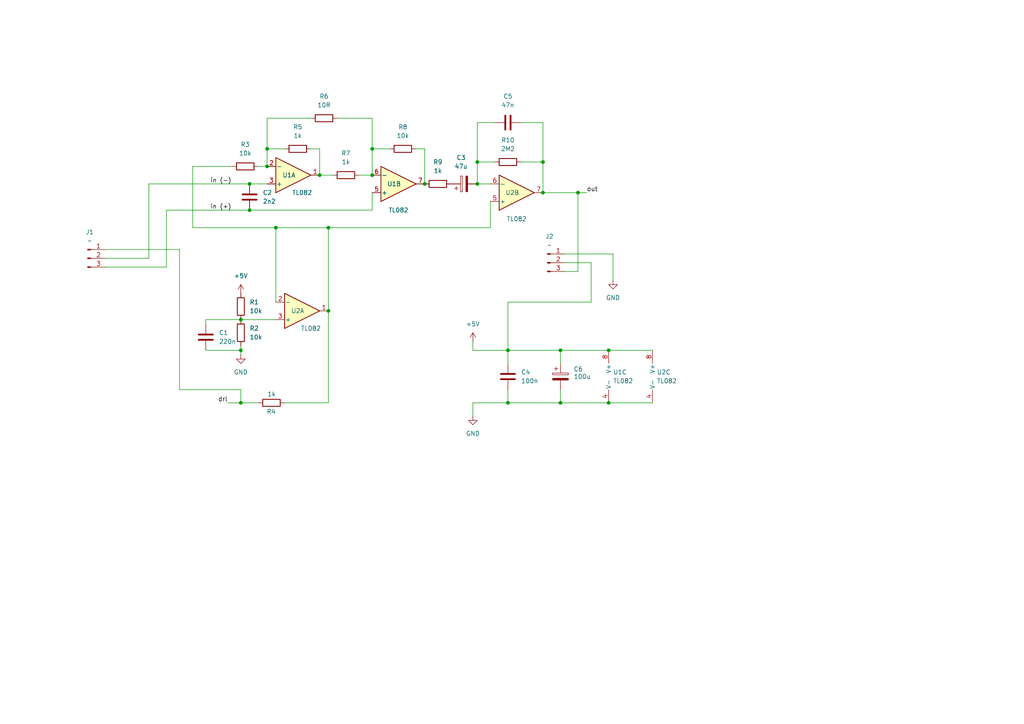
<source format=kicad_sch>
(kicad_sch (version 20230121) (generator eeschema)
  (paper "A4")
  (title_block (title "Damn Simple Brainwave Interface (Analog part)") (date "2023-09-18"))
  (lib_symbols
    (symbol "Amplifier_Operational:TL082" (pin_names (offset 0.127))
      (property "Reference" "U" (at 0 5.08 0))
      (property "Value" "TL082" (at 0 -5.08 0))
      (symbol "TL082_1_1"
        (polyline (pts (xy -5.08 5.08) (xy 5.08 0) (xy -5.08 -5.08) (xy -5.08 5.08)) (stroke (width 0.254)) (fill (type background)))
        (pin output line (at 7.62 0 180) (length 2.54) (name "~") (number "1"))
        (pin input line (at -7.62 -2.54 0) (length 2.54) (name "-") (number "2"))
        (pin input line (at -7.62 2.54 0) (length 2.54) (name "+") (number "3"))
      )
      (symbol "TL082_2_1"
        (polyline (pts (xy -5.08 5.08) (xy 5.08 0) (xy -5.08 -5.08) (xy -5.08 5.08)) (stroke (width 0.254)) (fill (type background)))
        (pin input line (at -7.62 2.54 0) (length 2.54) (name "+") (number "5"))
        (pin input line (at -7.62 -2.54 0) (length 2.54) (name "-") (number "6"))
        (pin output line (at 7.62 0 180) (length 2.54) (name "~") (number "7"))
      )
      (symbol "TL082_3_1"
        (pin power_in line (at -2.54 -7.62 90) (length 3.81) (name "V-") (number "4"))
        (pin power_in line (at -2.54 7.62 270) (length 3.81) (name "V+") (number "8"))
      )
    )
    (symbol "Connector:Conn_01x03_Pin" (pin_names (offset 1.016) hide)
      (property "Reference" "J" (at 0 5.08 0))
      (property "Value" "Conn_01x03_Pin" (at 0 -5.08 0))
      (symbol "Conn_01x03_Pin_1_1"
        (polyline (pts (xy 1.27 -2.54) (xy 0.8636 -2.54)) (stroke (width 0.1524)))
        (polyline (pts (xy 1.27 0) (xy 0.8636 0)) (stroke (width 0.1524)))
        (polyline (pts (xy 1.27 2.54) (xy 0.8636 2.54)) (stroke (width 0.1524)))
        (rectangle (start 0.8636 -2.413) (end 0 -2.667) (stroke (width 0.1524)) (fill (type outline)))
        (rectangle (start 0.8636 0.127) (end 0 -0.127) (stroke (width 0.1524)) (fill (type outline)))
        (rectangle (start 0.8636 2.667) (end 0 2.413) (stroke (width 0.1524)) (fill (type outline)))
        (pin passive line (at 5.08 2.54 180) (length 3.81) (name "Pin_1") (number "1"))
        (pin passive line (at 5.08 0 180) (length 3.81) (name "Pin_2") (number "2"))
        (pin passive line (at 5.08 -2.54 180) (length 3.81) (name "Pin_3") (number "3"))
      )
    )
    (symbol "Device:C" (pin_numbers hide) (pin_names (offset 0.254))
      (property "Reference" "C" (at 0.635 2.54 0))
      (property "Value" "C" (at 0.635 -2.54 0))
      (symbol "C_0_1"
        (polyline (pts (xy -2.032 -0.762) (xy 2.032 -0.762)) (stroke (width 0.508)))
        (polyline (pts (xy -2.032 0.762) (xy 2.032 0.762)) (stroke (width 0.508)))
      )
      (symbol "C_1_1"
        (pin passive line (at 0 3.81 270) (length 2.794) (name "~") (number "1"))
        (pin passive line (at 0 -3.81 90) (length 2.794) (name "~") (number "2"))
      )
    )
    (symbol "Device:C_Polarized" (pin_numbers hide) (pin_names (offset 0.254))
      (property "Reference" "C" (at 0.635 2.54 0))
      (property "Value" "C_Polarized" (at 0.635 -2.54 0))
      (symbol "C_Polarized_0_1"
        (rectangle (start -2.286 0.508) (end 2.286 1.016))
        (polyline (pts (xy -1.778 2.286) (xy -0.762 2.286)))
        (polyline (pts (xy -1.27 2.794) (xy -1.27 1.778)))
        (rectangle (start 2.286 -0.508) (end -2.286 -1.016) (fill (type outline)))
      )
      (symbol "C_Polarized_1_1"
        (pin passive line (at 0 3.81 270) (length 2.794) (name "~") (number "1"))
        (pin passive line (at 0 -3.81 90) (length 2.794) (name "~") (number "2"))
      )
    )
    (symbol "Device:R" (pin_numbers hide) (pin_names (offset 0))
      (property "Reference" "R" (at 2.032 0 90))
      (property "Value" "R" (at 0 0 90))
      (symbol "R_0_1"
        (rectangle (start -1.016 -2.54) (end 1.016 2.54) (stroke (width 0.254)))
      )
      (symbol "R_1_1"
        (pin passive line (at 0 3.81 270) (length 1.27) (name "~") (number "1"))
        (pin passive line (at 0 -3.81 90) (length 1.27) (name "~") (number "2"))
      )
    )
    (symbol "power:+5V" (power) (pin_names (offset 0))
      (property "Value" "+5V" (at 0 3.556 0))
      (symbol "+5V_0_1"
        (polyline (pts (xy -0.762 1.27) (xy 0 2.54)))
        (polyline (pts (xy 0 0) (xy 0 2.54)))
        (polyline (pts (xy 0 2.54) (xy 0.762 1.27)))
      )
      (symbol "+5V_1_1"
        (pin power_in line (at 0 0 90) (length 0) hide (name "+5V") (number "1"))
      )
    )
    (symbol "power:GND" (power) (pin_names (offset 0))
      (property "Value" "GND" (at 0 -3.81 0))
      (symbol "GND_0_1"
        (polyline (pts (xy 0 0) (xy 0 -1.27) (xy 1.27 -1.27) (xy 0 -2.54) (xy -1.27 -1.27) (xy 0 -1.27)))
      )
      (symbol "GND_1_1"
        (pin power_in line (at 0 0 270) (length 0) hide (name "GND") (number "1"))
      )
    )
  )
  (junction (at 167.64 55.88))
  (junction (at 138.43 53.34))
  (junction (at 123.19 53.34))
  (junction (at 69.85 92.71))
  (junction (at 92.71 50.8))
  (junction (at 69.85 101.6))
  (junction (at 80.01 66.04))
  (junction (at 95.25 90.17))
  (junction (at 162.56 116.84))
  (junction (at 176.53 101.6))
  (junction (at 107.95 43.18))
  (junction (at 162.56 101.6))
  (junction (at 72.39 53.34))
  (junction (at 176.53 116.84))
  (junction (at 138.43 46.99))
  (junction (at 72.39 60.96))
  (junction (at 157.48 55.88))
  (junction (at 157.48 46.99))
  (junction (at 147.32 101.6))
  (junction (at 77.47 48.26))
  (junction (at 77.47 43.18))
  (junction (at 69.85 116.84))
  (junction (at 147.32 116.84))
  (junction (at 95.25 66.04))
  (junction (at 107.95 50.8))
  (wire (pts (xy 59.69 92.71) (xy 69.85 92.71)))
  (wire (pts (xy 138.43 53.34) (xy 138.43 46.99)))
  (wire (pts (xy 59.69 93.98) (xy 59.69 92.71)))
  (wire (pts (xy 137.16 99.06) (xy 137.16 101.6)))
  (wire (pts (xy 69.85 101.6) (xy 69.85 100.33)))
  (wire (pts (xy 72.39 53.34) (xy 77.47 53.34)))
  (wire (pts (xy 74.93 116.84) (xy 69.85 116.84)))
  (wire (pts (xy 138.43 53.34) (xy 142.24 53.34)))
  (wire (pts (xy 72.39 60.96) (xy 107.95 60.96)))
  (wire (pts (xy 171.45 76.2) (xy 163.83 76.2)))
  (wire (pts (xy 69.85 92.71) (xy 80.01 92.71)))
  (wire (pts (xy 167.64 55.88) (xy 167.64 78.74)))
  (wire (pts (xy 107.95 50.8) (xy 107.95 43.18)))
  (wire (pts (xy 92.71 50.8) (xy 96.52 50.8)))
  (wire (pts (xy 77.47 34.29) (xy 77.47 43.18)))
  (wire (pts (xy 147.32 113.03) (xy 147.32 116.84)))
  (wire (pts (xy 107.95 34.29) (xy 97.79 34.29)))
  (wire (pts (xy 69.85 116.84) (xy 66.04 116.84)))
  (wire (pts (xy 167.64 55.88) (xy 170.18 55.88)))
  (wire (pts (xy 147.32 116.84) (xy 162.56 116.84)))
  (wire (pts (xy 157.48 55.88) (xy 167.64 55.88)))
  (wire (pts (xy 48.26 60.96) (xy 72.39 60.96)))
  (wire (pts (xy 157.48 46.99) (xy 157.48 35.56)))
  (wire (pts (xy 67.31 48.26) (xy 55.88 48.26)))
  (wire (pts (xy 138.43 46.99) (xy 143.51 46.99)))
  (wire (pts (xy 157.48 35.56) (xy 151.13 35.56)))
  (wire (pts (xy 147.32 101.6) (xy 162.56 101.6)))
  (wire (pts (xy 30.48 77.47) (xy 48.26 77.47)))
  (wire (pts (xy 80.01 66.04) (xy 80.01 87.63)))
  (wire (pts (xy 163.83 73.66) (xy 177.8 73.66)))
  (wire (pts (xy 43.18 53.34) (xy 72.39 53.34)))
  (wire (pts (xy 52.07 113.03) (xy 69.85 113.03)))
  (wire (pts (xy 55.88 66.04) (xy 80.01 66.04)))
  (wire (pts (xy 74.93 48.26) (xy 77.47 48.26)))
  (wire (pts (xy 107.95 43.18) (xy 107.95 34.29)))
  (wire (pts (xy 77.47 43.18) (xy 82.55 43.18)))
  (wire (pts (xy 147.32 87.63) (xy 171.45 87.63)))
  (wire (pts (xy 90.17 43.18) (xy 92.71 43.18)))
  (wire (pts (xy 30.48 74.93) (xy 43.18 74.93)))
  (wire (pts (xy 69.85 102.87) (xy 69.85 101.6)))
  (wire (pts (xy 142.24 66.04) (xy 95.25 66.04)))
  (wire (pts (xy 138.43 35.56) (xy 138.43 46.99)))
  (wire (pts (xy 77.47 48.26) (xy 77.47 43.18)))
  (wire (pts (xy 162.56 116.84) (xy 176.53 116.84)))
  (wire (pts (xy 163.83 78.74) (xy 167.64 78.74)))
  (wire (pts (xy 123.19 43.18) (xy 123.19 53.34)))
  (wire (pts (xy 176.53 116.84) (xy 189.23 116.84)))
  (wire (pts (xy 104.14 50.8) (xy 107.95 50.8)))
  (wire (pts (xy 82.55 116.84) (xy 95.25 116.84)))
  (wire (pts (xy 43.18 74.93) (xy 43.18 53.34)))
  (wire (pts (xy 95.25 66.04) (xy 95.25 90.17)))
  (wire (pts (xy 69.85 113.03) (xy 69.85 116.84)))
  (wire (pts (xy 137.16 101.6) (xy 147.32 101.6)))
  (wire (pts (xy 120.65 43.18) (xy 123.19 43.18)))
  (wire (pts (xy 48.26 77.47) (xy 48.26 60.96)))
  (wire (pts (xy 95.25 116.84) (xy 95.25 90.17)))
  (wire (pts (xy 80.01 66.04) (xy 95.25 66.04)))
  (wire (pts (xy 176.53 101.6) (xy 189.23 101.6)))
  (wire (pts (xy 92.71 43.18) (xy 92.71 50.8)))
  (wire (pts (xy 177.8 73.66) (xy 177.8 81.28)))
  (wire (pts (xy 90.17 34.29) (xy 77.47 34.29)))
  (wire (pts (xy 107.95 60.96) (xy 107.95 55.88)))
  (wire (pts (xy 137.16 116.84) (xy 147.32 116.84)))
  (wire (pts (xy 162.56 101.6) (xy 162.56 105.41)))
  (wire (pts (xy 147.32 101.6) (xy 147.32 87.63)))
  (wire (pts (xy 55.88 48.26) (xy 55.88 66.04)))
  (wire (pts (xy 176.53 101.6) (xy 162.56 101.6)))
  (wire (pts (xy 30.48 72.39) (xy 52.07 72.39)))
  (wire (pts (xy 107.95 43.18) (xy 113.03 43.18)))
  (wire (pts (xy 142.24 58.42) (xy 142.24 66.04)))
  (wire (pts (xy 157.48 46.99) (xy 157.48 55.88)))
  (wire (pts (xy 143.51 35.56) (xy 138.43 35.56)))
  (wire (pts (xy 137.16 120.65) (xy 137.16 116.84)))
  (wire (pts (xy 147.32 101.6) (xy 147.32 105.41)))
  (wire (pts (xy 59.69 101.6) (xy 69.85 101.6)))
  (wire (pts (xy 162.56 113.03) (xy 162.56 116.84)))
  (wire (pts (xy 151.13 46.99) (xy 157.48 46.99)))
  (wire (pts (xy 52.07 72.39) (xy 52.07 113.03)))
  (wire (pts (xy 171.45 87.63) (xy 171.45 76.2)))
  (label "drl" (at 66.04 116.84 180))
  (label "in (-)" (at 60.96 53.34 0))
  (label "in (+)" (at 60.96 60.96 0))
  (label "out" (at 170.18 55.88 0))
  (symbol (lib_id "Connector:Conn_01x03_Pin") (at 25.4 74.93 0) (unit 1)
    (property "Reference" "J1" (at 26.035 67.31 0))
    (property "Value" "~" (at 26.035 69.85 0))
    (property "Footprint" "Connector:FanPinHeader_1x03_P2.54mm_Vertical" (effects hide))
  )
  (symbol (lib_id "Amplifier_Operational:TL082") (at 191.77 109.22 0) (unit 3)
    (property "Reference" "U2" (at 190.5 107.95 0) (effects (justify left)))
    (property "Value" "TL082" (at 190.5 110.49 0) (effects (justify left)))
    (property "Footprint" "Package_DIP:DIP-8_W7.62mm_Socket" (effects hide))
    (property "Datasheet" "http://www.ti.com/lit/ds/symlink/tl081.pdf" (effects hide))
  )
  (symbol (lib_id "Device:C_Polarized") (at 162.56 109.22 0) (unit 1)
    (property "Reference" "C6" (at 166.37 107.061 0) (effects (justify left)))
    (property "Value" "100u" (at 166.37 109.22 0) (effects (justify left)))
    (property "Footprint" "Capacitor_THT:CP_Radial_D8.0mm_P5.00mm" (effects hide))
  )
  (symbol (lib_id "Device:R") (at 100.33 50.8 90) (unit 1)
    (property "Reference" "R7" (at 100.33 44.45 90))
    (property "Value" "1k" (at 100.33 46.99 90))
    (property "Footprint" "Resistor_THT:R_Axial_DIN0207_L6.3mm_D2.5mm_P10.16mm_Horizontal" (effects hide))
  )
  (symbol (lib_id "Device:C") (at 147.32 109.22 180) (unit 1)
    (property "Reference" "C4" (at 151.13 107.95 0) (effects (justify right)))
    (property "Value" "100n" (at 151.13 110.49 0) (effects (justify right)))
    (property "Footprint" "Capacitor_THT:C_Disc_D3.0mm_W1.6mm_P2.50mm" (effects hide))
  )
  (symbol (lib_id "power:GND") (at 177.8 81.28 0) (unit 1)
    (property "Reference" "#PWR05" (effects hide))
    (property "Value" "GND" (at 177.8 86.36 0))
  )
  (symbol (lib_id "Amplifier_Operational:TL082") (at 179.07 109.22 0) (unit 3)
    (property "Reference" "U1" (at 177.8 107.95 0) (effects (justify left)))
    (property "Value" "TL082" (at 177.8 110.49 0) (effects (justify left)))
    (property "Footprint" "Package_DIP:DIP-8_W7.62mm_Socket" (effects hide))
    (property "Datasheet" "http://www.ti.com/lit/ds/symlink/tl081.pdf" (effects hide))
  )
  (symbol (lib_id "Device:R") (at 69.85 88.9 180) (unit 1)
    (property "Reference" "R1" (at 72.39 87.63 0) (effects (justify right)))
    (property "Value" "10k" (at 72.39 90.17 0) (effects (justify right)))
    (property "Footprint" "Resistor_THT:R_Axial_DIN0207_L6.3mm_D2.5mm_P10.16mm_Horizontal" (effects hide))
  )
  (symbol (lib_id "Device:R") (at 147.32 46.99 90) (unit 1)
    (property "Reference" "R10" (at 147.32 40.64 90))
    (property "Value" "2M2" (at 147.32 43.18 90))
    (property "Footprint" "Resistor_THT:R_Axial_DIN0207_L6.3mm_D2.5mm_P10.16mm_Horizontal" (effects hide))
  )
  (symbol (lib_id "Device:C") (at 147.32 35.56 90) (unit 1)
    (property "Reference" "C5" (at 147.32 27.94 90))
    (property "Value" "47n" (at 147.32 30.48 90))
    (property "Footprint" "Capacitor_THT:C_Disc_D3.0mm_W1.6mm_P2.50mm" (effects hide))
  )
  (symbol (lib_id "Device:R") (at 93.98 34.29 90) (unit 1)
    (property "Reference" "R6" (at 93.98 27.94 90))
    (property "Value" "10R" (at 93.98 30.48 90))
    (property "Footprint" "Resistor_THT:R_Axial_DIN0207_L6.3mm_D2.5mm_P10.16mm_Horizontal" (effects hide))
  )
  (symbol (lib_id "Device:C_Polarized") (at 134.62 53.34 90) (unit 1)
    (property "Reference" "C3" (at 133.731 45.72 90))
    (property "Value" "47u" (at 133.731 48.26 90))
    (property "Footprint" "Capacitor_THT:CP_Radial_D8.0mm_P5.00mm" (effects hide))
  )
  (symbol (lib_id "Device:R") (at 116.84 43.18 90) (unit 1)
    (property "Reference" "R8" (at 116.84 36.83 90))
    (property "Value" "10k" (at 116.84 39.37 90))
    (property "Footprint" "Resistor_THT:R_Axial_DIN0207_L6.3mm_D2.5mm_P10.16mm_Horizontal" (effects hide))
  )
  (symbol (lib_id "power:+5V") (at 69.85 85.09 0) (unit 1)
    (property "Reference" "#PWR01" (effects hide))
    (property "Value" "+5V" (at 69.85 80.01 0))
  )
  (symbol (lib_id "power:+5V") (at 137.16 99.06 0) (unit 1)
    (property "Reference" "#PWR03" (effects hide))
    (property "Value" "+5V" (at 137.16 93.98 0))
  )
  (symbol (lib_id "Amplifier_Operational:TL082") (at 115.57 53.34 0) (mirror x) (unit 2)
    (property "Reference" "U1" (at 114.3 53.34 0))
    (property "Value" "TL082" (at 115.57 60.96 0))
    (property "Footprint" "Package_DIP:DIP-8_W7.62mm_Socket" (effects hide))
    (property "Datasheet" "http://www.ti.com/lit/ds/symlink/tl081.pdf" (effects hide))
  )
  (symbol (lib_id "Device:R") (at 127 53.34 90) (unit 1)
    (property "Reference" "R9" (at 127 46.99 90))
    (property "Value" "1k" (at 127 49.53 90))
    (property "Footprint" "Resistor_THT:R_Axial_DIN0207_L6.3mm_D2.5mm_P10.16mm_Horizontal" (effects hide))
  )
  (symbol (lib_id "power:GND") (at 69.85 102.87 0) (unit 1)
    (property "Reference" "#PWR02" (effects hide))
    (property "Value" "GND" (at 69.85 107.95 0))
  )
  (symbol (lib_id "Device:R") (at 71.12 48.26 90) (unit 1)
    (property "Reference" "R3" (at 71.12 41.91 90))
    (property "Value" "10k" (at 71.12 44.45 90))
    (property "Footprint" "Resistor_THT:R_Axial_DIN0207_L6.3mm_D2.5mm_P10.16mm_Horizontal" (effects hide))
    (property "Sim.Device" "R" (effects hide))
    (property "Sim.Pins" "1=+ 2=-" (effects hide))
  )
  (symbol (lib_id "Device:C") (at 72.39 57.15 0) (unit 1)
    (property "Reference" "C2" (at 76.2 55.88 0) (effects (justify left)))
    (property "Value" "2n2" (at 76.2 58.42 0) (effects (justify left)))
    (property "Footprint" "Capacitor_THT:C_Disc_D3.0mm_W1.6mm_P2.50mm" (effects hide))
  )
  (symbol (lib_id "Amplifier_Operational:TL082") (at 149.86 55.88 0) (mirror x) (unit 2)
    (property "Reference" "U2" (at 148.59 55.88 0))
    (property "Value" "TL082" (at 149.86 63.5 0))
    (property "Footprint" "Package_DIP:DIP-8_W7.62mm_Socket" (effects hide))
    (property "Datasheet" "http://www.ti.com/lit/ds/symlink/tl081.pdf" (effects hide))
  )
  (symbol (lib_id "Device:C") (at 59.69 97.79 180) (unit 1)
    (property "Reference" "C1" (at 63.5 96.52 0) (effects (justify right)))
    (property "Value" "220n" (at 63.5 99.06 0) (effects (justify right)))
    (property "Footprint" "Capacitor_THT:C_Disc_D3.0mm_W1.6mm_P2.50mm" (effects hide))
  )
  (symbol (lib_id "Device:R") (at 78.74 116.84 270) (unit 1)
    (property "Reference" "R4" (at 80.01 119.38 90) (effects (justify right)))
    (property "Value" "1k" (at 80.01 114.3 90) (effects (justify right)))
    (property "Footprint" "Resistor_THT:R_Axial_DIN0207_L6.3mm_D2.5mm_P10.16mm_Horizontal" (effects hide))
  )
  (symbol (lib_id "Connector:Conn_01x03_Pin") (at 158.75 76.2 0) (unit 1)
    (property "Reference" "J2" (at 159.385 68.58 0))
    (property "Value" "~" (at 159.385 71.12 0))
    (property "Footprint" "Connector:FanPinHeader_1x03_P2.54mm_Vertical" (effects hide))
  )
  (symbol (lib_id "Amplifier_Operational:TL082") (at 85.09 50.8 0) (mirror x) (unit 1)
    (property "Reference" "U1" (at 83.82 50.8 0))
    (property "Value" "TL082" (at 87.63 55.88 0))
    (property "Footprint" "Package_DIP:DIP-8_W7.62mm_Socket" (effects hide))
    (property "Datasheet" "http://www.ti.com/lit/ds/symlink/tl081.pdf" (effects hide))
  )
  (symbol (lib_id "Amplifier_Operational:TL082") (at 87.63 90.17 0) (mirror x) (unit 1)
    (property "Reference" "U2" (at 86.36 90.17 0))
    (property "Value" "TL082" (at 90.17 95.25 0))
    (property "Footprint" "Package_DIP:DIP-8_W7.62mm_Socket" (effects hide))
    (property "Datasheet" "http://www.ti.com/lit/ds/symlink/tl081.pdf" (effects hide))
  )
  (symbol (lib_id "Device:R") (at 69.85 96.52 180) (unit 1)
    (property "Reference" "R2" (at 72.39 95.25 0) (effects (justify right)))
    (property "Value" "10k" (at 72.39 97.79 0) (effects (justify right)))
    (property "Footprint" "Resistor_THT:R_Axial_DIN0207_L6.3mm_D2.5mm_P10.16mm_Horizontal" (effects hide))
  )
  (symbol (lib_id "Device:R") (at 86.36 43.18 90) (unit 1)
    (property "Reference" "R5" (at 86.36 36.83 90))
    (property "Value" "1k" (at 86.36 39.37 90))
    (property "Footprint" "Resistor_THT:R_Axial_DIN0207_L6.3mm_D2.5mm_P10.16mm_Horizontal" (effects hide))
  )
  (symbol (lib_id "power:GND") (at 137.16 120.65 0) (unit 1)
    (property "Reference" "#PWR04" (effects hide))
    (property "Value" "GND" (at 137.16 125.73 0))
  )
)
</source>
